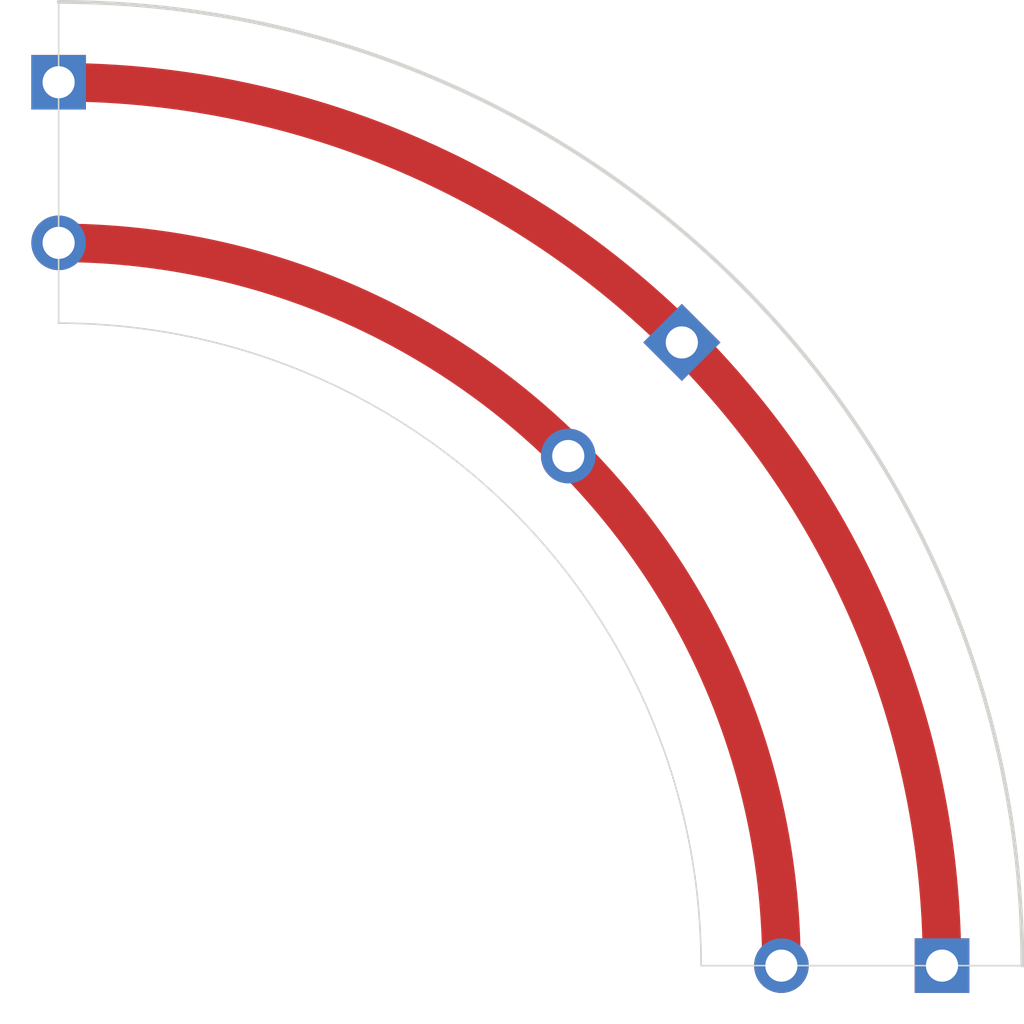
<source format=kicad_pcb>
(kicad_pcb (version 20171130) (host pcbnew "(5.1.2)-1")

  (general
    (thickness 1.6)
    (drawings 6)
    (tracks 0)
    (zones 0)
    (modules 3)
    (nets 3)
  )

  (page A4)
  (layers
    (0 F.Cu signal)
    (31 B.Cu signal)
    (32 B.Adhes user)
    (33 F.Adhes user)
    (34 B.Paste user)
    (35 F.Paste user)
    (36 B.SilkS user)
    (37 F.SilkS user)
    (38 B.Mask user)
    (39 F.Mask user)
    (40 Dwgs.User user)
    (41 Cmts.User user)
    (42 Eco1.User user)
    (43 Eco2.User user)
    (44 Edge.Cuts user)
    (45 Margin user)
    (46 B.CrtYd user)
    (47 F.CrtYd user)
    (48 B.Fab user)
    (49 F.Fab user)
  )

  (setup
    (last_trace_width 0.25)
    (user_trace_width 1.2)
    (trace_clearance 0.2)
    (zone_clearance 0.508)
    (zone_45_only yes)
    (trace_min 0.2)
    (via_size 0.8)
    (via_drill 0.4)
    (via_min_size 0.4)
    (via_min_drill 0.3)
    (uvia_size 0.3)
    (uvia_drill 0.1)
    (uvias_allowed no)
    (uvia_min_size 0.2)
    (uvia_min_drill 0.1)
    (edge_width 0.05)
    (segment_width 0.2)
    (pcb_text_width 0.3)
    (pcb_text_size 1.5 1.5)
    (mod_edge_width 0.12)
    (mod_text_size 1 1)
    (mod_text_width 0.15)
    (pad_size 1.524 1.524)
    (pad_drill 0.762)
    (pad_to_mask_clearance 0.051)
    (solder_mask_min_width 0.25)
    (aux_axis_origin 100 150)
    (visible_elements 7FFFFFFF)
    (pcbplotparams
      (layerselection 0x010f0_ffffffff)
      (usegerberextensions true)
      (usegerberattributes false)
      (usegerberadvancedattributes false)
      (creategerberjobfile false)
      (excludeedgelayer true)
      (linewidth 0.100000)
      (plotframeref false)
      (viasonmask false)
      (mode 1)
      (useauxorigin true)
      (hpglpennumber 1)
      (hpglpenspeed 20)
      (hpglpendiameter 15.000000)
      (psnegative false)
      (psa4output false)
      (plotreference false)
      (plotvalue false)
      (plotinvisibletext false)
      (padsonsilk false)
      (subtractmaskfromsilk true)
      (outputformat 1)
      (mirror false)
      (drillshape 0)
      (scaleselection 1)
      (outputdirectory "gerbers/"))
  )

  (net 0 "")
  (net 1 "Net-(J1-Pad2)")
  (net 2 "Net-(J1-Pad1)")

  (net_class Default "This is the default net class."
    (clearance 0.2)
    (trace_width 0.25)
    (via_dia 0.8)
    (via_drill 0.4)
    (uvia_dia 0.3)
    (uvia_drill 0.1)
    (add_net "Net-(J1-Pad1)")
    (add_net "Net-(J1-Pad2)")
  )

  (module 2lane_power_arc_4cm:PinHeader_1x02_P2.54mm_Vertical (layer F.Cu) (tedit 5DD3711F) (tstamp 5DD3C2B4)
    (at 127.5 150 270)
    (descr "Through hole straight pin header, 1x02, 2.54mm pitch, single row")
    (tags "Through hole pin header THT 1x02 2.54mm single row")
    (path /5DD37D68)
    (fp_text reference J3 (at 0 -2.33 270) (layer F.SilkS) hide
      (effects (font (size 1 1) (thickness 0.15)))
    )
    (fp_text value C (at 0 9 270) (layer F.Fab)
      (effects (font (size 1 1) (thickness 0.15)))
    )
    (fp_line (start 1.8 -1.8) (end -1.8 -1.8) (layer F.CrtYd) (width 0.05))
    (fp_line (start 1.8 7) (end 1.8 -1.8) (layer F.CrtYd) (width 0.05))
    (fp_line (start -1.8 7) (end 1.8 7) (layer F.CrtYd) (width 0.05))
    (fp_line (start -1.8 -1.8) (end -1.8 7) (layer F.CrtYd) (width 0.05))
    (pad 2 thru_hole oval (at 0 5 270) (size 1.7 1.7) (drill 1) (layers *.Cu *.Mask)
      (net 1 "Net-(J1-Pad2)"))
    (pad 1 thru_hole rect (at 0 0 270) (size 1.7 1.7) (drill 1) (layers *.Cu *.Mask)
      (net 2 "Net-(J1-Pad1)"))
    (model ${KISYS3DMOD}/Connector_PinHeader_2.54mm.3dshapes/PinHeader_1x02_P2.54mm_Vertical.wrl
      (at (xyz 0 0 0))
      (scale (xyz 1 1 1))
      (rotate (xyz 0 0 0))
    )
  )

  (module 2lane_power_arc_4cm:PinHeader_1x02_P2.54mm_Vertical (layer F.Cu) (tedit 5DD3711F) (tstamp 5DD3C2AA)
    (at 119.4 130.6 315)
    (descr "Through hole straight pin header, 1x02, 2.54mm pitch, single row")
    (tags "Through hole pin header THT 1x02 2.54mm single row")
    (path /5DD379D4)
    (fp_text reference J2 (at 0 -2.33 135) (layer F.SilkS) hide
      (effects (font (size 1 1) (thickness 0.15)))
    )
    (fp_text value C (at 0 9 135) (layer F.Fab)
      (effects (font (size 1 1) (thickness 0.15)))
    )
    (fp_line (start 1.8 -1.8) (end -1.8 -1.8) (layer F.CrtYd) (width 0.05))
    (fp_line (start 1.8 7) (end 1.8 -1.8) (layer F.CrtYd) (width 0.05))
    (fp_line (start -1.8 7) (end 1.8 7) (layer F.CrtYd) (width 0.05))
    (fp_line (start -1.8 -1.8) (end -1.8 7) (layer F.CrtYd) (width 0.05))
    (pad 2 thru_hole oval (at 0 5 315) (size 1.7 1.7) (drill 1) (layers *.Cu *.Mask)
      (net 1 "Net-(J1-Pad2)"))
    (pad 1 thru_hole rect (at 0 0 315) (size 1.7 1.7) (drill 1) (layers *.Cu *.Mask)
      (net 2 "Net-(J1-Pad1)"))
    (model ${KISYS3DMOD}/Connector_PinHeader_2.54mm.3dshapes/PinHeader_1x02_P2.54mm_Vertical.wrl
      (at (xyz 0 0 0))
      (scale (xyz 1 1 1))
      (rotate (xyz 0 0 0))
    )
  )

  (module 2lane_power_arc_4cm:PinHeader_1x02_P2.54mm_Vertical (layer F.Cu) (tedit 5DD3711F) (tstamp 5DD3C2A0)
    (at 100 122.5)
    (descr "Through hole straight pin header, 1x02, 2.54mm pitch, single row")
    (tags "Through hole pin header THT 1x02 2.54mm single row")
    (path /5DD37133)
    (fp_text reference J1 (at 0 -2.33) (layer F.SilkS) hide
      (effects (font (size 1 1) (thickness 0.15)))
    )
    (fp_text value C (at 0 9) (layer F.Fab)
      (effects (font (size 1 1) (thickness 0.15)))
    )
    (fp_line (start 1.8 -1.8) (end -1.8 -1.8) (layer F.CrtYd) (width 0.05))
    (fp_line (start 1.8 7) (end 1.8 -1.8) (layer F.CrtYd) (width 0.05))
    (fp_line (start -1.8 7) (end 1.8 7) (layer F.CrtYd) (width 0.05))
    (fp_line (start -1.8 -1.8) (end -1.8 7) (layer F.CrtYd) (width 0.05))
    (pad 2 thru_hole oval (at 0 5) (size 1.7 1.7) (drill 1) (layers *.Cu *.Mask)
      (net 1 "Net-(J1-Pad2)"))
    (pad 1 thru_hole rect (at 0 0) (size 1.7 1.7) (drill 1) (layers *.Cu *.Mask)
      (net 2 "Net-(J1-Pad1)"))
    (model ${KISYS3DMOD}/Connector_PinHeader_2.54mm.3dshapes/PinHeader_1x02_P2.54mm_Vertical.wrl
      (at (xyz 0 0 0))
      (scale (xyz 1 1 1))
      (rotate (xyz 0 0 0))
    )
  )

  (gr_arc (start 100 150) (end 100 122.5) (angle 90) (layer F.Cu) (width 1.2))
  (gr_arc (start 100 150) (end 100 127.5) (angle 90) (layer F.Cu) (width 1.2))
  (gr_line (start 100 130) (end 100 120) (layer Edge.Cuts) (width 0.05) (tstamp 5DD3DD28))
  (gr_line (start 120 150) (end 130 150) (layer Edge.Cuts) (width 0.05) (tstamp 5DD3DD27))
  (gr_arc (start 100 150) (end 120 150) (angle -90) (layer Edge.Cuts) (width 0.05))
  (gr_arc (start 100 150) (end 130 150) (angle -90) (layer Edge.Cuts) (width 0.12))

  (zone (net 0) (net_name "") (layer F.Mask) (tstamp 5DD368E3) (hatch edge 0.508)
    (connect_pads (clearance 0.508))
    (min_thickness 0.254)
    (fill yes (arc_segments 32) (thermal_gap 0.508) (thermal_bridge_width 0.508))
    (polygon
      (pts
        (xy 100 120) (xy 100 150) (xy 130 150) (xy 130 120)
      )
    )
    (filled_polygon
      (pts
        (xy 103.281136 120.179971) (xy 104.368035 120.319699) (xy 105.449106 120.49903) (xy 106.522905 120.717724) (xy 107.588001 120.975489)
        (xy 108.642973 121.271982) (xy 109.686412 121.606807) (xy 110.716927 121.979517) (xy 111.733142 122.389614) (xy 112.733701 122.836553)
        (xy 113.71727 123.319736) (xy 114.682535 123.838518) (xy 115.62821 124.392207) (xy 116.553032 124.980065) (xy 117.455767 125.601308)
        (xy 118.335211 126.255105) (xy 119.190191 126.940586) (xy 120.019564 127.656835) (xy 120.822226 128.402896) (xy 121.597104 129.177774)
        (xy 122.343165 129.980436) (xy 123.059414 130.809809) (xy 123.744895 131.664789) (xy 124.398692 132.544233) (xy 125.019935 133.446968)
        (xy 125.607793 134.37179) (xy 126.161482 135.317465) (xy 126.680264 136.28273) (xy 127.163447 137.266299) (xy 127.610386 138.266858)
        (xy 128.020483 139.283073) (xy 128.393193 140.313588) (xy 128.728018 141.357027) (xy 129.024511 142.411999) (xy 129.282276 143.477095)
        (xy 129.50097 144.550894) (xy 129.680301 145.631965) (xy 129.820029 146.718864) (xy 129.873 147.297271) (xy 129.873 149.873)
        (xy 119.99715 149.873) (xy 119.979861 149.102703) (xy 119.919486 148.207214) (xy 119.818995 147.315335) (xy 119.678592 146.428862)
        (xy 119.498558 145.549581) (xy 119.279257 144.679263) (xy 119.02113 143.81966) (xy 118.724697 142.972504) (xy 118.390555 142.139499)
        (xy 118.019377 141.322325) (xy 117.611911 140.522627) (xy 117.168976 139.742014) (xy 116.691465 138.98206) (xy 116.18034 138.244295)
        (xy 115.63663 137.530204) (xy 115.061429 136.841225) (xy 114.455897 136.178747) (xy 113.821253 135.544103) (xy 113.158775 134.938571)
        (xy 112.469796 134.36337) (xy 111.755705 133.81966) (xy 111.01794 133.308535) (xy 110.257986 132.831024) (xy 109.477373 132.388089)
        (xy 108.677675 131.980623) (xy 107.860501 131.609445) (xy 107.027496 131.275303) (xy 106.18034 130.97887) (xy 105.320737 130.720743)
        (xy 104.450419 130.501442) (xy 103.571138 130.321408) (xy 102.684665 130.181005) (xy 101.792786 130.080514) (xy 100.897297 130.020139)
        (xy 100.127 130.00285) (xy 100.127 120.127) (xy 102.702729 120.127)
      )
    )
  )
)

</source>
